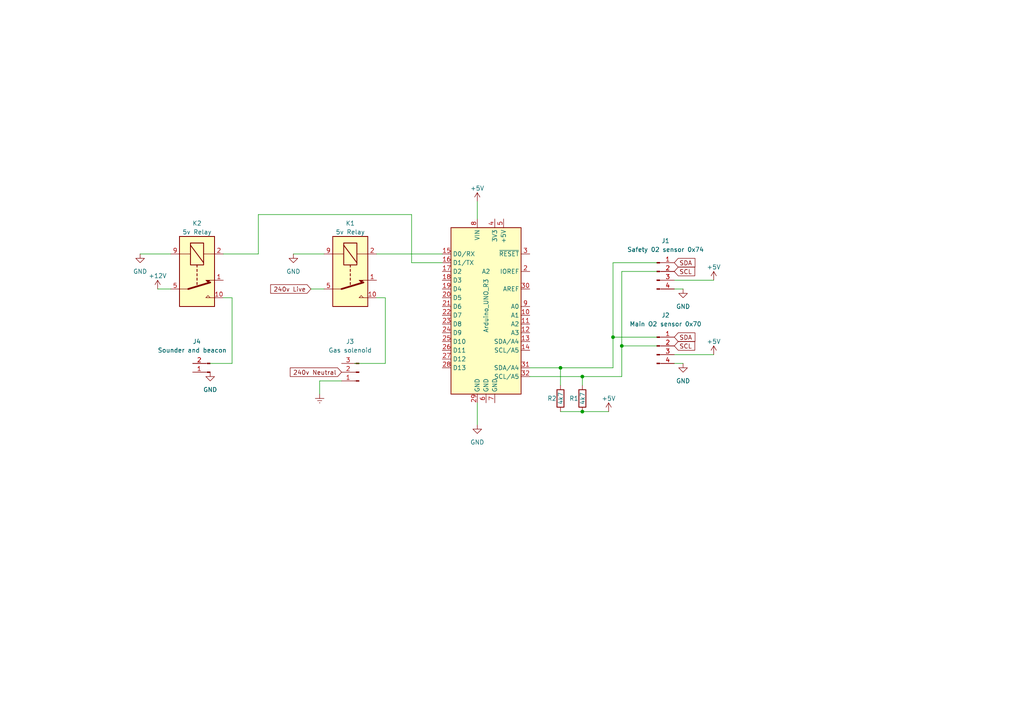
<source format=kicad_sch>
(kicad_sch (version 20230121) (generator eeschema)
  (paper "A4")
  (title_block (title "Gas Dispenser") (date "2023-04-11") (rev "1") (comment 1 "Jon Wheway"))
  (lib_symbols
    (symbol "Connector:Conn_01x02_Pin" (pin_names (offset 1.016) hide)
      (property "Reference" "J" (at 0 2.54 0))
      (property "Value" "Conn_01x02_Pin" (at 0 -5.08 0))
      (symbol "Conn_01x02_Pin_1_1"
        (polyline (pts (xy 1.27 -2.54) (xy 0.8636 -2.54)) (stroke (width 0.1524)))
        (polyline (pts (xy 1.27 0) (xy 0.8636 0)) (stroke (width 0.1524)))
        (rectangle (start 0.8636 -2.413) (end 0 -2.667) (stroke (width 0.1524)) (fill (type outline)))
        (rectangle (start 0.8636 0.127) (end 0 -0.127) (stroke (width 0.1524)) (fill (type outline)))
        (pin passive line (at 5.08 0 180) (length 3.81) (name "Pin_1") (number "1"))
        (pin passive line (at 5.08 -2.54 180) (length 3.81) (name "Pin_2") (number "2"))
      )
    )
    (symbol "Connector:Conn_01x03_Pin" (pin_names (offset 1.016) hide)
      (property "Reference" "J" (at 0 5.08 0))
      (property "Value" "Conn_01x03_Pin" (at 0 -5.08 0))
      (symbol "Conn_01x03_Pin_1_1"
        (polyline (pts (xy 1.27 -2.54) (xy 0.8636 -2.54)) (stroke (width 0.1524)))
        (polyline (pts (xy 1.27 0) (xy 0.8636 0)) (stroke (width 0.1524)))
        (polyline (pts (xy 1.27 2.54) (xy 0.8636 2.54)) (stroke (width 0.1524)))
        (rectangle (start 0.8636 -2.413) (end 0 -2.667) (stroke (width 0.1524)) (fill (type outline)))
        (rectangle (start 0.8636 0.127) (end 0 -0.127) (stroke (width 0.1524)) (fill (type outline)))
        (rectangle (start 0.8636 2.667) (end 0 2.413) (stroke (width 0.1524)) (fill (type outline)))
        (pin passive line (at 5.08 2.54 180) (length 3.81) (name "Pin_1") (number "1"))
        (pin passive line (at 5.08 0 180) (length 3.81) (name "Pin_2") (number "2"))
        (pin passive line (at 5.08 -2.54 180) (length 3.81) (name "Pin_3") (number "3"))
      )
    )
    (symbol "Connector:Conn_01x04_Pin" (pin_names (offset 1.016) hide)
      (property "Reference" "J" (at 0 5.08 0))
      (property "Value" "Conn_01x04_Pin" (at 0 -7.62 0))
      (symbol "Conn_01x04_Pin_1_1"
        (polyline (pts (xy 1.27 -5.08) (xy 0.8636 -5.08)) (stroke (width 0.1524)))
        (polyline (pts (xy 1.27 -2.54) (xy 0.8636 -2.54)) (stroke (width 0.1524)))
        (polyline (pts (xy 1.27 0) (xy 0.8636 0)) (stroke (width 0.1524)))
        (polyline (pts (xy 1.27 2.54) (xy 0.8636 2.54)) (stroke (width 0.1524)))
        (rectangle (start 0.8636 -4.953) (end 0 -5.207) (stroke (width 0.1524)) (fill (type outline)))
        (rectangle (start 0.8636 -2.413) (end 0 -2.667) (stroke (width 0.1524)) (fill (type outline)))
        (rectangle (start 0.8636 0.127) (end 0 -0.127) (stroke (width 0.1524)) (fill (type outline)))
        (rectangle (start 0.8636 2.667) (end 0 2.413) (stroke (width 0.1524)) (fill (type outline)))
        (pin passive line (at 5.08 2.54 180) (length 3.81) (name "Pin_1") (number "1"))
        (pin passive line (at 5.08 0 180) (length 3.81) (name "Pin_2") (number "2"))
        (pin passive line (at 5.08 -2.54 180) (length 3.81) (name "Pin_3") (number "3"))
        (pin passive line (at 5.08 -5.08 180) (length 3.81) (name "Pin_4") (number "4"))
      )
    )
    (symbol "Device:R" (pin_numbers hide) (pin_names (offset 0))
      (property "Reference" "R" (at 2.032 0 90))
      (property "Value" "R" (at 0 0 90))
      (symbol "R_0_1"
        (rectangle (start -1.016 -2.54) (end 1.016 2.54) (stroke (width 0.254)))
      )
      (symbol "R_1_1"
        (pin passive line (at 0 3.81 270) (length 1.27) (name "~") (number "1"))
        (pin passive line (at 0 -3.81 90) (length 1.27) (name "~") (number "2"))
      )
    )
    (symbol "MCU_Module:Arduino_UNO_R3"
      (property "Reference" "A" (at -10.16 23.495 0))
      (property "Value" "Arduino_UNO_R3" (at 5.08 -26.67 0))
      (symbol "Arduino_UNO_R3_0_1"
        (rectangle (start -10.16 22.86) (end 10.16 -25.4) (stroke (width 0.254)) (fill (type background)))
      )
      (symbol "Arduino_UNO_R3_1_1"
        (pin no_connect line (at -10.16 -20.32 0) (length 2.54) hide (name "NC") (number "1"))
        (pin bidirectional line (at 12.7 -2.54 180) (length 2.54) (name "A1") (number "10"))
        (pin bidirectional line (at 12.7 -5.08 180) (length 2.54) (name "A2") (number "11"))
        (pin bidirectional line (at 12.7 -7.62 180) (length 2.54) (name "A3") (number "12"))
        (pin bidirectional line (at 12.7 -10.16 180) (length 2.54) (name "SDA/A4") (number "13"))
        (pin bidirectional line (at 12.7 -12.7 180) (length 2.54) (name "SCL/A5") (number "14"))
        (pin bidirectional line (at -12.7 15.24 0) (length 2.54) (name "D0/RX") (number "15"))
        (pin bidirectional line (at -12.7 12.7 0) (length 2.54) (name "D1/TX") (number "16"))
        (pin bidirectional line (at -12.7 10.16 0) (length 2.54) (name "D2") (number "17"))
        (pin bidirectional line (at -12.7 7.62 0) (length 2.54) (name "D3") (number "18"))
        (pin bidirectional line (at -12.7 5.08 0) (length 2.54) (name "D4") (number "19"))
        (pin output line (at 12.7 10.16 180) (length 2.54) (name "IOREF") (number "2"))
        (pin bidirectional line (at -12.7 2.54 0) (length 2.54) (name "D5") (number "20"))
        (pin bidirectional line (at -12.7 0 0) (length 2.54) (name "D6") (number "21"))
        (pin bidirectional line (at -12.7 -2.54 0) (length 2.54) (name "D7") (number "22"))
        (pin bidirectional line (at -12.7 -5.08 0) (length 2.54) (name "D8") (number "23"))
        (pin bidirectional line (at -12.7 -7.62 0) (length 2.54) (name "D9") (number "24"))
        (pin bidirectional line (at -12.7 -10.16 0) (length 2.54) (name "D10") (number "25"))
        (pin bidirectional line (at -12.7 -12.7 0) (length 2.54) (name "D11") (number "26"))
        (pin bidirectional line (at -12.7 -15.24 0) (length 2.54) (name "D12") (number "27"))
        (pin bidirectional line (at -12.7 -17.78 0) (length 2.54) (name "D13") (number "28"))
        (pin power_in line (at -2.54 -27.94 90) (length 2.54) (name "GND") (number "29"))
        (pin input line (at 12.7 15.24 180) (length 2.54) (name "~{RESET}") (number "3"))
        (pin input line (at 12.7 5.08 180) (length 2.54) (name "AREF") (number "30"))
        (pin bidirectional line (at 12.7 -17.78 180) (length 2.54) (name "SDA/A4") (number "31"))
        (pin bidirectional line (at 12.7 -20.32 180) (length 2.54) (name "SCL/A5") (number "32"))
        (pin power_out line (at 2.54 25.4 270) (length 2.54) (name "3V3") (number "4"))
        (pin power_out line (at 5.08 25.4 270) (length 2.54) (name "+5V") (number "5"))
        (pin power_in line (at 0 -27.94 90) (length 2.54) (name "GND") (number "6"))
        (pin power_in line (at 2.54 -27.94 90) (length 2.54) (name "GND") (number "7"))
        (pin power_in line (at -2.54 25.4 270) (length 2.54) (name "VIN") (number "8"))
        (pin bidirectional line (at 12.7 0 180) (length 2.54) (name "A0") (number "9"))
      )
    )
    (symbol "Relay:G5V-1"
      (property "Reference" "K" (at 11.43 3.81 0))
      (property "Value" "G5V-1" (at 11.43 1.27 0))
      (symbol "G5V-1_0_0"
        (polyline (pts (xy 7.62 5.08) (xy 7.62 2.54) (xy 6.985 3.175) (xy 7.62 3.81)))
      )
      (symbol "G5V-1_0_1"
        (rectangle (start -10.16 5.08) (end 10.16 -5.08) (stroke (width 0.254)) (fill (type background)))
        (rectangle (start -8.255 1.905) (end -1.905 -1.905) (stroke (width 0.254)))
        (polyline (pts (xy -7.62 -1.905) (xy -2.54 1.905)) (stroke (width 0.254)))
        (polyline (pts (xy -5.08 -5.08) (xy -5.08 -1.905)))
        (polyline (pts (xy -5.08 5.08) (xy -5.08 1.905)))
        (polyline (pts (xy -1.905 0) (xy -1.27 0)) (stroke (width 0.254)))
        (polyline (pts (xy -0.635 0) (xy 0 0)) (stroke (width 0.254)))
        (polyline (pts (xy 0.635 0) (xy 1.27 0)) (stroke (width 0.254)))
        (polyline (pts (xy 1.905 0) (xy 2.54 0)) (stroke (width 0.254)))
        (polyline (pts (xy 3.175 0) (xy 3.81 0)) (stroke (width 0.254)))
        (polyline (pts (xy 5.08 -2.54) (xy 3.175 3.81)) (stroke (width 0.508)))
        (polyline (pts (xy 5.08 -2.54) (xy 5.08 -5.08)))
        (polyline (pts (xy 2.54 5.08) (xy 2.54 2.54) (xy 3.175 3.175) (xy 2.54 3.81)) (fill (type outline)))
      )
      (symbol "G5V-1_1_1"
        (pin passive line (at 2.54 7.62 270) (length 2.54) (name "~") (number "1"))
        (pin passive line (at 7.62 7.62 270) (length 2.54) (name "~") (number "10"))
        (pin passive line (at -5.08 7.62 270) (length 2.54) (name "~") (number "2"))
        (pin passive line (at 5.08 -7.62 90) (length 2.54) (name "~") (number "5"))
        (pin passive line (at 5.08 -7.62 90) (length 2.54) hide (name "~") (number "6"))
        (pin passive line (at -5.08 -7.62 90) (length 2.54) (name "~") (number "9"))
      )
    )
    (symbol "power:+12V" (power) (pin_names (offset 0))
      (property "Value" "+12V" (at 0 3.556 0))
      (symbol "+12V_0_1"
        (polyline (pts (xy -0.762 1.27) (xy 0 2.54)))
        (polyline (pts (xy 0 0) (xy 0 2.54)))
        (polyline (pts (xy 0 2.54) (xy 0.762 1.27)))
      )
      (symbol "+12V_1_1"
        (pin power_in line (at 0 0 90) (length 0) hide (name "+12V") (number "1"))
      )
    )
    (symbol "power:+5V" (power) (pin_names (offset 0))
      (property "Value" "+5V" (at 0 3.556 0))
      (symbol "+5V_0_1"
        (polyline (pts (xy -0.762 1.27) (xy 0 2.54)))
        (polyline (pts (xy 0 0) (xy 0 2.54)))
        (polyline (pts (xy 0 2.54) (xy 0.762 1.27)))
      )
      (symbol "+5V_1_1"
        (pin power_in line (at 0 0 90) (length 0) hide (name "+5V") (number "1"))
      )
    )
    (symbol "power:Earth" (power) (pin_names (offset 0))
      (symbol "Earth_0_1"
        (polyline (pts (xy -0.635 -1.905) (xy 0.635 -1.905)))
        (polyline (pts (xy -0.127 -2.54) (xy 0.127 -2.54)))
        (polyline (pts (xy 0 -1.27) (xy 0 0)))
        (polyline (pts (xy 1.27 -1.27) (xy -1.27 -1.27)))
      )
      (symbol "Earth_1_1"
        (pin power_in line (at 0 0 270) (length 0) hide (name "Earth") (number "1"))
      )
    )
    (symbol "power:GND" (power) (pin_names (offset 0))
      (property "Value" "GND" (at 0 -3.81 0))
      (symbol "GND_0_1"
        (polyline (pts (xy 0 0) (xy 0 -1.27) (xy 1.27 -1.27) (xy 0 -2.54) (xy -1.27 -1.27) (xy 0 -1.27)))
      )
      (symbol "GND_1_1"
        (pin power_in line (at 0 0 270) (length 0) hide (name "GND") (number "1"))
      )
    )
  )
  (junction (at 168.91 109.22))
  (junction (at 162.56 106.68))
  (junction (at 180.34 100.33))
  (junction (at 168.91 119.38))
  (junction (at 177.8 97.79))
  (wire (pts (xy 45.72 83.82) (xy 49.53 83.82)))
  (wire (pts (xy 190.5 76.2) (xy 177.8 76.2)))
  (wire (pts (xy 128.27 76.2) (xy 119.38 76.2)))
  (wire (pts (xy 195.58 102.87) (xy 207.01 102.87)))
  (wire (pts (xy 168.91 119.38) (xy 176.53 119.38)))
  (wire (pts (xy 67.31 86.36) (xy 67.31 105.41)))
  (wire (pts (xy 111.76 86.36) (xy 111.76 105.41)))
  (wire (pts (xy 40.64 73.66) (xy 49.53 73.66)))
  (wire (pts (xy 109.22 86.36) (xy 111.76 86.36)))
  (wire (pts (xy 74.93 73.66) (xy 64.77 73.66)))
  (wire (pts (xy 60.96 105.41) (xy 67.31 105.41)))
  (wire (pts (xy 119.38 62.23) (xy 74.93 62.23)))
  (wire (pts (xy 162.56 106.68) (xy 162.56 111.76)))
  (wire (pts (xy 195.58 83.82) (xy 198.12 83.82)))
  (wire (pts (xy 195.58 105.41) (xy 198.12 105.41)))
  (wire (pts (xy 180.34 78.74) (xy 180.34 100.33)))
  (wire (pts (xy 109.22 73.66) (xy 128.27 73.66)))
  (wire (pts (xy 177.8 76.2) (xy 177.8 97.79)))
  (wire (pts (xy 85.09 73.66) (xy 93.98 73.66)))
  (wire (pts (xy 92.71 110.49) (xy 92.71 114.3)))
  (wire (pts (xy 74.93 62.23) (xy 74.93 73.66)))
  (wire (pts (xy 162.56 119.38) (xy 168.91 119.38)))
  (wire (pts (xy 190.5 78.74) (xy 180.34 78.74)))
  (wire (pts (xy 102.87 105.41) (xy 111.76 105.41)))
  (wire (pts (xy 64.77 86.36) (xy 67.31 86.36)))
  (wire (pts (xy 119.38 76.2) (xy 119.38 62.23)))
  (wire (pts (xy 195.58 81.28) (xy 207.01 81.28)))
  (wire (pts (xy 138.43 58.42) (xy 138.43 63.5)))
  (wire (pts (xy 180.34 100.33) (xy 190.5 100.33)))
  (wire (pts (xy 168.91 109.22) (xy 153.67 109.22)))
  (wire (pts (xy 162.56 106.68) (xy 177.8 106.68)))
  (wire (pts (xy 177.8 97.79) (xy 190.5 97.79)))
  (wire (pts (xy 177.8 97.79) (xy 177.8 106.68)))
  (wire (pts (xy 180.34 100.33) (xy 180.34 109.22)))
  (wire (pts (xy 168.91 109.22) (xy 168.91 111.76)))
  (wire (pts (xy 180.34 109.22) (xy 168.91 109.22)))
  (wire (pts (xy 162.56 106.68) (xy 153.67 106.68)))
  (wire (pts (xy 99.06 110.49) (xy 92.71 110.49)))
  (wire (pts (xy 138.43 116.84) (xy 138.43 123.19)))
  (wire (pts (xy 90.17 83.82) (xy 93.98 83.82)))
  (global_label "SDA" (shape input) (at 195.58 76.2 0) (property "Intersheetrefs" "${INTERSHEET_REFS}" (effects hide)))
  (global_label "SCL" (shape input) (at 195.58 78.74 0) (property "Intersheetrefs" "${INTERSHEET_REFS}" (effects hide)))
  (global_label "240v Live" (shape input) (at 90.17 83.82 180) (property "Intersheetrefs" "${INTERSHEET_REFS}" (effects hide)))
  (global_label "240v Neutral" (shape input) (at 99.06 107.95 180) (property "Intersheetrefs" "${INTERSHEET_REFS}" (effects hide)))
  (global_label "SCL" (shape input) (at 195.58 100.33 0) (property "Intersheetrefs" "${INTERSHEET_REFS}" (effects hide)))
  (global_label "SDA" (shape input) (at 195.58 97.79 0) (property "Intersheetrefs" "${INTERSHEET_REFS}" (effects hide)))
  (symbol (lib_id "power:Earth") (at 92.71 114.3 0) (unit 1)
    (property "Reference" "#PWR09" (effects hide))
    (property "Value" "Earth" (effects hide))
  )
  (symbol (lib_id "Connector:Conn_01x03_Pin") (at 104.14 107.95 180) (unit 1)
    (property "Reference" "J3" (at 100.33 99.06 0) (effects (justify right)))
    (property "Value" "Gas solenoid" (at 95.25 101.6 0) (effects (justify right)))
  )
  (symbol (lib_id "Device:R") (at 168.91 115.57 0) (unit 1)
    (property "Reference" "R1" (at 165.1 115.57 0) (effects (justify left)))
    (property "Value" "4k7" (at 168.9744 117.4013 90) (effects (justify left)))
  )
  (symbol (lib_id "Relay:G5V-1") (at 101.6 78.74 270) (unit 1)
    (property "Reference" "K1" (at 101.6 64.77 90))
    (property "Value" "5v Relay" (at 101.6 67.31 90))
    (property "Footprint" "Relay_THT:Relay_SPDT_Omron_G5V-1" (effects hide))
    (property "Datasheet" "http://omronfs.omron.com/en_US/ecb/products/pdf/en-g5v_1.pdf" (effects hide))
  )
  (symbol (lib_id "power:GND") (at 198.12 83.82 0) (unit 1)
    (property "Reference" "#PWR03" (effects hide))
    (property "Value" "GND" (at 198.12 88.9 0))
  )
  (symbol (lib_id "Relay:G5V-1") (at 57.15 78.74 270) (unit 1)
    (property "Reference" "K2" (at 57.15 64.77 90))
    (property "Value" "5v Relay" (at 57.15 67.31 90))
    (property "Footprint" "Relay_THT:Relay_SPDT_Omron_G5V-1" (effects hide))
    (property "Datasheet" "http://omronfs.omron.com/en_US/ecb/products/pdf/en-g5v_1.pdf" (effects hide))
  )
  (symbol (lib_id "power:+12V") (at 45.72 83.82 0) (unit 1)
    (property "Reference" "#PWR011" (effects hide))
    (property "Value" "+12V" (at 45.72 80.01 0))
  )
  (symbol (lib_id "power:+5V") (at 176.53 119.38 0) (unit 1)
    (property "Reference" "#PWR07" (effects hide))
    (property "Value" "+5V" (at 176.53 115.57 0))
  )
  (symbol (lib_id "power:GND") (at 198.12 105.41 0) (unit 1)
    (property "Reference" "#PWR04" (effects hide))
    (property "Value" "GND" (at 198.12 110.49 0))
  )
  (symbol (lib_id "Connector:Conn_01x04_Pin") (at 190.5 100.33 0) (unit 1)
    (property "Reference" "J2" (at 193.04 91.44 0))
    (property "Value" "Main O2 sensor 0x70" (at 193.04 93.98 0))
  )
  (symbol (lib_id "power:+5V") (at 138.43 58.42 0) (unit 1)
    (property "Reference" "#PWR01" (effects hide))
    (property "Value" "+5V" (at 138.43 54.61 0))
  )
  (symbol (lib_id "power:+5V") (at 207.01 81.28 0) (unit 1)
    (property "Reference" "#PWR05" (effects hide))
    (property "Value" "+5V" (at 207.01 77.47 0))
  )
  (symbol (lib_id "MCU_Module:Arduino_UNO_R3") (at 140.97 88.9 0) (unit 1)
    (property "Reference" "A2" (at 139.7 78.74 0) (effects (justify left)))
    (property "Value" "Arduino_UNO_R3" (at 140.97 96.52 90) (effects (justify left)))
    (property "Footprint" "Module:Arduino_UNO_R3" (effects hide))
    (property "Datasheet" "https://www.arduino.cc/en/Main/arduinoBoardUno" (effects hide))
  )
  (symbol (lib_id "Connector:Conn_01x02_Pin") (at 60.96 107.95 180) (unit 1)
    (property "Reference" "J4" (at 55.88 99.06 0) (effects (justify right)))
    (property "Value" "Sounder and beacon" (at 45.72 101.6 0) (effects (justify right)))
  )
  (symbol (lib_id "power:GND") (at 40.64 73.66 0) (unit 1)
    (property "Reference" "#PWR010" (effects hide))
    (property "Value" "GND" (at 40.64 78.74 0))
  )
  (symbol (lib_id "power:GND") (at 85.09 73.66 0) (unit 1)
    (property "Reference" "#PWR08" (effects hide))
    (property "Value" "GND" (at 85.09 78.74 0))
  )
  (symbol (lib_id "Device:R") (at 162.56 115.57 0) (unit 1)
    (property "Reference" "R2" (at 158.75 115.57 0) (effects (justify left)))
    (property "Value" "4k7" (at 162.6204 117.3788 90) (effects (justify left)))
  )
  (symbol (lib_id "power:GND") (at 60.96 107.95 0) (unit 1)
    (property "Reference" "#PWR012" (effects hide))
    (property "Value" "GND" (at 60.96 113.03 0))
  )
  (symbol (lib_id "power:GND") (at 138.43 123.19 0) (unit 1)
    (property "Reference" "#PWR02" (effects hide))
    (property "Value" "GND" (at 138.43 128.27 0))
  )
  (symbol (lib_id "power:+5V") (at 207.01 102.87 0) (unit 1)
    (property "Reference" "#PWR06" (effects hide))
    (property "Value" "+5V" (at 207.01 99.06 0))
  )
  (symbol (lib_id "Connector:Conn_01x04_Pin") (at 190.5 78.74 0) (unit 1)
    (property "Reference" "J1" (at 193.04 69.85 0))
    (property "Value" "Safety 02 sensor 0x74" (at 193.04 72.39 0))
  )
)
</source>
